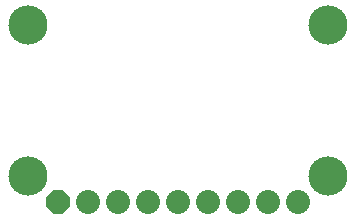
<source format=gbr>
G04 EAGLE Gerber RS-274X export*
G75*
%MOMM*%
%FSLAX34Y34*%
%LPD*%
%INSoldermask Bottom*%
%IPPOS*%
%AMOC8*
5,1,8,0,0,1.08239X$1,22.5*%
G01*
%ADD10P,2.199416X8X112.500000*%
%ADD11C,2.032000*%
%ADD12C,3.317600*%


D10*
X50800Y15240D03*
D11*
X76200Y15240D03*
X101600Y15240D03*
X127000Y15240D03*
X152400Y15240D03*
X177800Y15240D03*
X203200Y15240D03*
X228600Y15240D03*
X254000Y15240D03*
D12*
X25400Y36830D03*
X279400Y36830D03*
X279400Y165100D03*
X25400Y165100D03*
M02*

</source>
